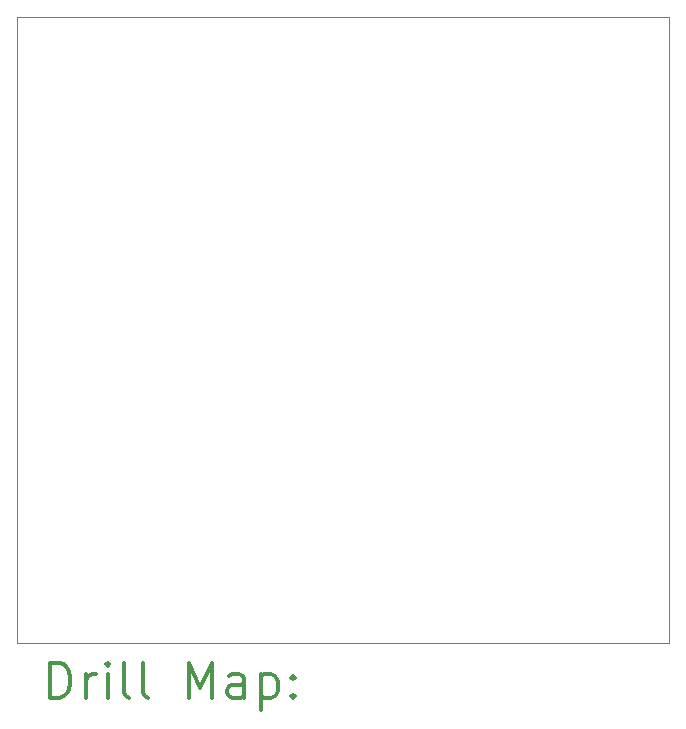
<source format=gbr>
%FSLAX45Y45*%
G04 Gerber Fmt 4.5, Leading zero omitted, Abs format (unit mm)*
G04 Created by KiCad (PCBNEW (5.1.6)-1) date 2022-08-20 08:16:11*
%MOMM*%
%LPD*%
G01*
G04 APERTURE LIST*
%TA.AperFunction,Profile*%
%ADD10C,0.050000*%
%TD*%
%ADD11C,0.200000*%
%ADD12C,0.300000*%
G04 APERTURE END LIST*
D10*
X12827000Y-11899900D02*
X12877800Y-11899900D01*
X12827000Y-6604000D02*
X12827000Y-11899900D01*
X18351500Y-6604000D02*
X12827000Y-6604000D01*
X18351500Y-11899900D02*
X18351500Y-6604000D01*
X12877800Y-11899900D02*
X18351500Y-11899900D01*
D11*
D12*
X13110928Y-12368114D02*
X13110928Y-12068114D01*
X13182357Y-12068114D01*
X13225214Y-12082400D01*
X13253786Y-12110971D01*
X13268071Y-12139543D01*
X13282357Y-12196686D01*
X13282357Y-12239543D01*
X13268071Y-12296686D01*
X13253786Y-12325257D01*
X13225214Y-12353829D01*
X13182357Y-12368114D01*
X13110928Y-12368114D01*
X13410928Y-12368114D02*
X13410928Y-12168114D01*
X13410928Y-12225257D02*
X13425214Y-12196686D01*
X13439500Y-12182400D01*
X13468071Y-12168114D01*
X13496643Y-12168114D01*
X13596643Y-12368114D02*
X13596643Y-12168114D01*
X13596643Y-12068114D02*
X13582357Y-12082400D01*
X13596643Y-12096686D01*
X13610928Y-12082400D01*
X13596643Y-12068114D01*
X13596643Y-12096686D01*
X13782357Y-12368114D02*
X13753786Y-12353829D01*
X13739500Y-12325257D01*
X13739500Y-12068114D01*
X13939500Y-12368114D02*
X13910928Y-12353829D01*
X13896643Y-12325257D01*
X13896643Y-12068114D01*
X14282357Y-12368114D02*
X14282357Y-12068114D01*
X14382357Y-12282400D01*
X14482357Y-12068114D01*
X14482357Y-12368114D01*
X14753786Y-12368114D02*
X14753786Y-12210971D01*
X14739500Y-12182400D01*
X14710928Y-12168114D01*
X14653786Y-12168114D01*
X14625214Y-12182400D01*
X14753786Y-12353829D02*
X14725214Y-12368114D01*
X14653786Y-12368114D01*
X14625214Y-12353829D01*
X14610928Y-12325257D01*
X14610928Y-12296686D01*
X14625214Y-12268114D01*
X14653786Y-12253829D01*
X14725214Y-12253829D01*
X14753786Y-12239543D01*
X14896643Y-12168114D02*
X14896643Y-12468114D01*
X14896643Y-12182400D02*
X14925214Y-12168114D01*
X14982357Y-12168114D01*
X15010928Y-12182400D01*
X15025214Y-12196686D01*
X15039500Y-12225257D01*
X15039500Y-12310971D01*
X15025214Y-12339543D01*
X15010928Y-12353829D01*
X14982357Y-12368114D01*
X14925214Y-12368114D01*
X14896643Y-12353829D01*
X15168071Y-12339543D02*
X15182357Y-12353829D01*
X15168071Y-12368114D01*
X15153786Y-12353829D01*
X15168071Y-12339543D01*
X15168071Y-12368114D01*
X15168071Y-12182400D02*
X15182357Y-12196686D01*
X15168071Y-12210971D01*
X15153786Y-12196686D01*
X15168071Y-12182400D01*
X15168071Y-12210971D01*
M02*

</source>
